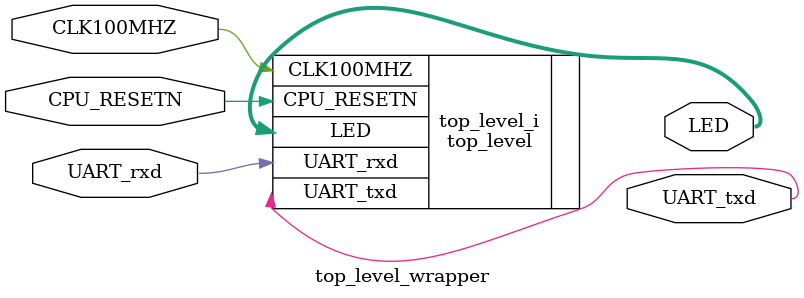
<source format=v>
`timescale 1 ps / 1 ps

module top_level_wrapper
   (CLK100MHZ,
    CPU_RESETN,
    LED,
    UART_rxd,
    UART_txd);
  input CLK100MHZ;
  input CPU_RESETN;
  output [15:0]LED;
  input UART_rxd;
  output UART_txd;

  wire CLK100MHZ;
  wire CPU_RESETN;
  wire [15:0]LED;
  wire UART_rxd;
  wire UART_txd;

  top_level top_level_i
       (.CLK100MHZ(CLK100MHZ),
        .CPU_RESETN(CPU_RESETN),
        .LED(LED),
        .UART_rxd(UART_rxd),
        .UART_txd(UART_txd));
endmodule

</source>
